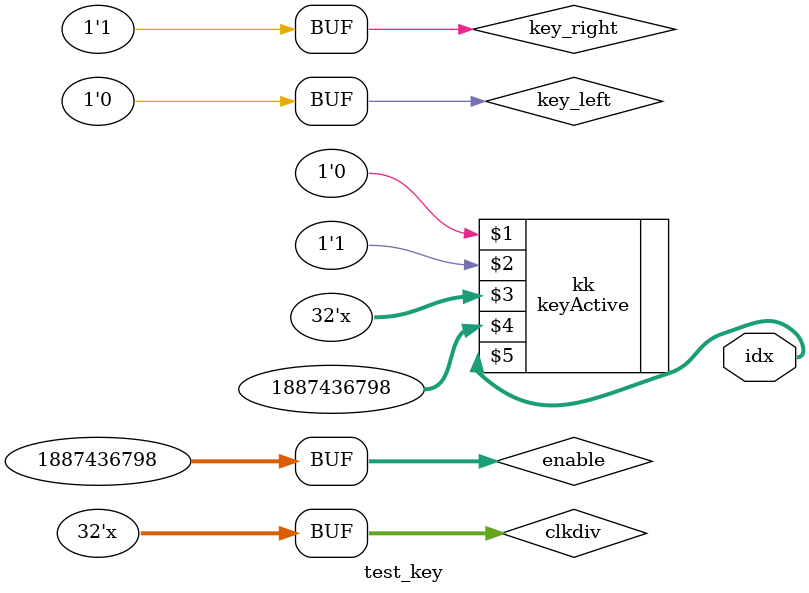
<source format=v>
`timescale 1ns / 1ps


module test_key(
    output wire [5:0] idx
    );
    reg [31:0] clkdiv;
    reg [31:0] enable;
  //  reg [5:0] idx;
    reg key_left,key_right; 
    keyActive kk(key_left, key_right,clkdiv,enable,idx);
    
    always begin
        key_left=0;
        key_right=1;
        enable=31'b1110000011111111111111111111110;
        clkdiv=clkdiv+1;#10;
    end
endmodule

</source>
